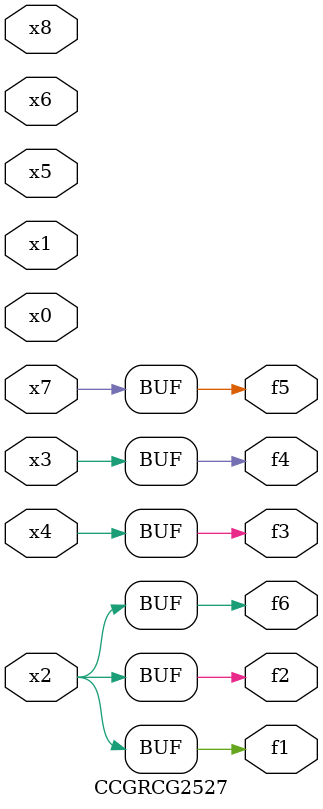
<source format=v>
module CCGRCG2527(
	input x0, x1, x2, x3, x4, x5, x6, x7, x8,
	output f1, f2, f3, f4, f5, f6
);
	assign f1 = x2;
	assign f2 = x2;
	assign f3 = x4;
	assign f4 = x3;
	assign f5 = x7;
	assign f6 = x2;
endmodule

</source>
